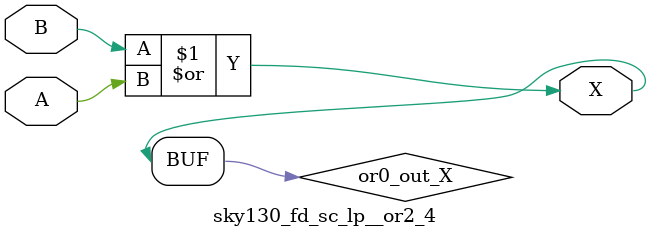
<source format=v>
/*
 * Copyright 2020 The SkyWater PDK Authors
 *
 * Licensed under the Apache License, Version 2.0 (the "License");
 * you may not use this file except in compliance with the License.
 * You may obtain a copy of the License at
 *
 *     https://www.apache.org/licenses/LICENSE-2.0
 *
 * Unless required by applicable law or agreed to in writing, software
 * distributed under the License is distributed on an "AS IS" BASIS,
 * WITHOUT WARRANTIES OR CONDITIONS OF ANY KIND, either express or implied.
 * See the License for the specific language governing permissions and
 * limitations under the License.
 *
 * SPDX-License-Identifier: Apache-2.0
*/


`ifndef SKY130_FD_SC_LP__OR2_4_FUNCTIONAL_V
`define SKY130_FD_SC_LP__OR2_4_FUNCTIONAL_V

/**
 * or2: 2-input OR.
 *
 * Verilog simulation functional model.
 */

`timescale 1ns / 1ps
`default_nettype none

`celldefine
module sky130_fd_sc_lp__or2_4 (
    X,
    A,
    B
);

    // Module ports
    output X;
    input  A;
    input  B;

    // Local signals
    wire or0_out_X;

    //  Name  Output     Other arguments
    or  or0  (or0_out_X, B, A           );
    buf buf0 (X        , or0_out_X      );

endmodule
`endcelldefine

`default_nettype wire
`endif  // SKY130_FD_SC_LP__OR2_4_FUNCTIONAL_V

</source>
